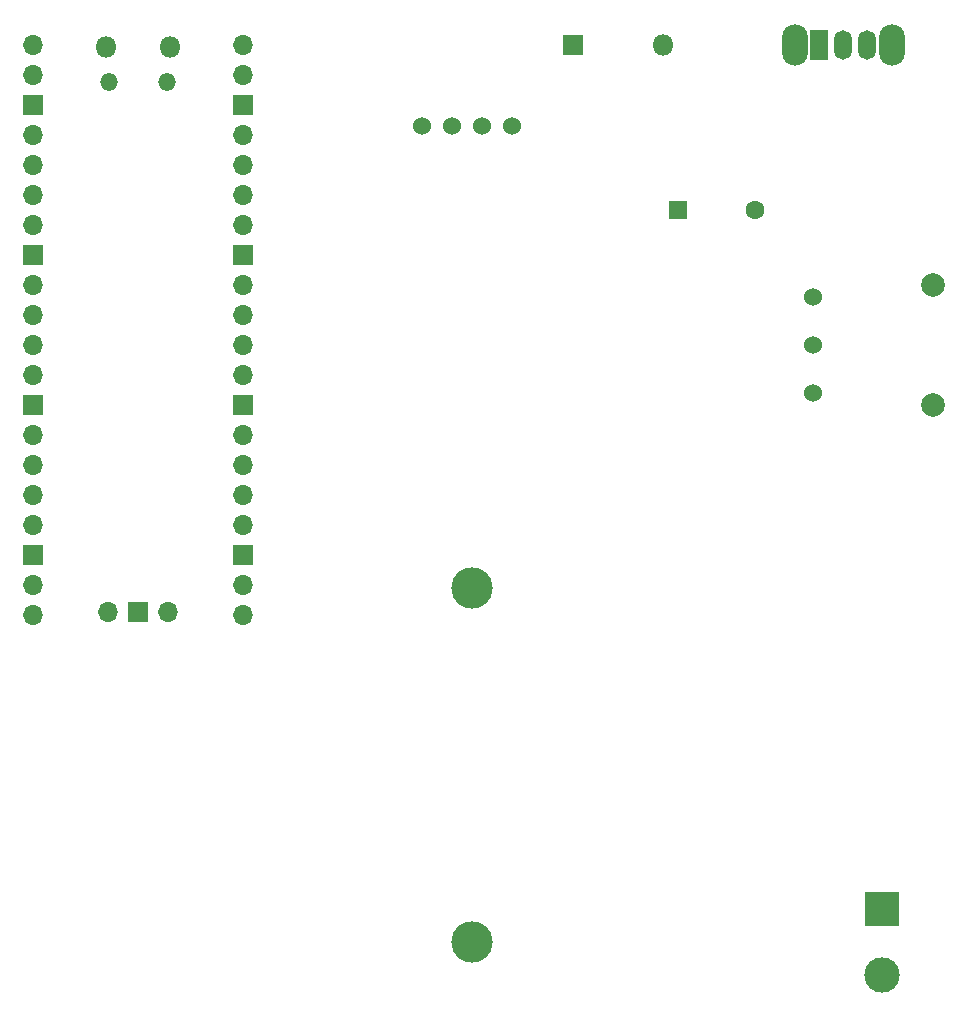
<source format=gbs>
G04 #@! TF.GenerationSoftware,KiCad,Pcbnew,(6.0.2)*
G04 #@! TF.CreationDate,2022-06-07T21:46:18+01:00*
G04 #@! TF.ProjectId,Pico_Handheld,5069636f-5f48-4616-9e64-68656c642e6b,rev?*
G04 #@! TF.SameCoordinates,Original*
G04 #@! TF.FileFunction,Soldermask,Bot*
G04 #@! TF.FilePolarity,Negative*
%FSLAX46Y46*%
G04 Gerber Fmt 4.6, Leading zero omitted, Abs format (unit mm)*
G04 Created by KiCad (PCBNEW (6.0.2)) date 2022-06-07 21:46:18*
%MOMM*%
%LPD*%
G01*
G04 APERTURE LIST*
%ADD10C,1.524000*%
%ADD11C,2.000000*%
%ADD12R,1.800000X1.800000*%
%ADD13O,1.800000X1.800000*%
%ADD14R,1.600000X1.600000*%
%ADD15C,1.600000*%
%ADD16O,2.200000X3.500000*%
%ADD17R,1.500000X2.500000*%
%ADD18O,1.500000X2.500000*%
%ADD19O,1.500000X1.500000*%
%ADD20O,1.700000X1.700000*%
%ADD21R,1.700000X1.700000*%
%ADD22C,3.500000*%
%ADD23R,3.000000X3.000000*%
%ADD24C,3.000000*%
G04 APERTURE END LIST*
D10*
X182880000Y-73406000D03*
X182880000Y-77470000D03*
X182880000Y-81534000D03*
D11*
X193040000Y-72390000D03*
X193040000Y-82550000D03*
D12*
X162560000Y-52070000D03*
D13*
X170180000Y-52070000D03*
D14*
X171460000Y-66040000D03*
D15*
X177960000Y-66040000D03*
D16*
X181320000Y-52070000D03*
X189520000Y-52070000D03*
D17*
X183420000Y-52070000D03*
D18*
X185420000Y-52070000D03*
X187420000Y-52070000D03*
D13*
X128455000Y-52200000D03*
X123005000Y-52200000D03*
D19*
X128155000Y-55230000D03*
X123305000Y-55230000D03*
D20*
X116840000Y-52070000D03*
X116840000Y-54610000D03*
D21*
X116840000Y-57150000D03*
D20*
X116840000Y-59690000D03*
X116840000Y-62230000D03*
X116840000Y-64770000D03*
X116840000Y-67310000D03*
D21*
X116840000Y-69850000D03*
D20*
X116840000Y-72390000D03*
X116840000Y-74930000D03*
X116840000Y-77470000D03*
X116840000Y-80010000D03*
D21*
X116840000Y-82550000D03*
D20*
X116840000Y-85090000D03*
X116840000Y-87630000D03*
X116840000Y-90170000D03*
X116840000Y-92710000D03*
D21*
X116840000Y-95250000D03*
D20*
X116840000Y-97790000D03*
X116840000Y-100330000D03*
X134620000Y-100330000D03*
X134620000Y-97790000D03*
D21*
X134620000Y-95250000D03*
D20*
X134620000Y-92710000D03*
X134620000Y-90170000D03*
X134620000Y-87630000D03*
X134620000Y-85090000D03*
D21*
X134620000Y-82550000D03*
D20*
X134620000Y-80010000D03*
X134620000Y-77470000D03*
X134620000Y-74930000D03*
X134620000Y-72390000D03*
D21*
X134620000Y-69850000D03*
D20*
X134620000Y-67310000D03*
X134620000Y-64770000D03*
X134620000Y-62230000D03*
X134620000Y-59690000D03*
D21*
X134620000Y-57150000D03*
D20*
X134620000Y-54610000D03*
X134620000Y-52070000D03*
X123190000Y-100100000D03*
D21*
X125730000Y-100100000D03*
D20*
X128270000Y-100100000D03*
D10*
X149740000Y-58930000D03*
X152280000Y-58930000D03*
X154820000Y-58930000D03*
X157360000Y-58930000D03*
D22*
X153964000Y-128014000D03*
X153964000Y-98014000D03*
D23*
X188722000Y-125222000D03*
D24*
X188722000Y-130810000D03*
M02*

</source>
